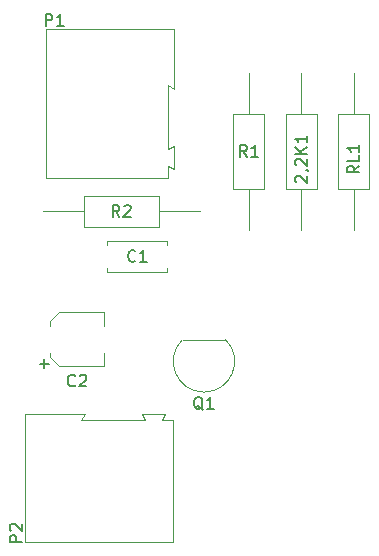
<source format=gbr>
G04 #@! TF.FileFunction,Legend,Top*
%FSLAX46Y46*%
G04 Gerber Fmt 4.6, Leading zero omitted, Abs format (unit mm)*
G04 Created by KiCad (PCBNEW 4.0.5) date 05/18/17 10:58:32*
%MOMM*%
%LPD*%
G01*
G04 APERTURE LIST*
%ADD10C,0.100000*%
%ADD11C,0.120000*%
%ADD12C,0.150000*%
G04 APERTURE END LIST*
D10*
D11*
X80540000Y-101020000D02*
X76940000Y-101020000D01*
X80578478Y-101031522D02*
G75*
G02X78740000Y-105470000I-1838478J-1838478D01*
G01*
X76901522Y-101031522D02*
G75*
G03X78740000Y-105470000I1838478J-1838478D01*
G01*
X92750000Y-81880000D02*
X90130000Y-81880000D01*
X90130000Y-81880000D02*
X90130000Y-88300000D01*
X90130000Y-88300000D02*
X92750000Y-88300000D01*
X92750000Y-88300000D02*
X92750000Y-81880000D01*
X91440000Y-78450000D02*
X91440000Y-81880000D01*
X91440000Y-91730000D02*
X91440000Y-88300000D01*
X63550000Y-118140000D02*
X76150000Y-118140000D01*
X76150000Y-118140000D02*
X76150000Y-107790000D01*
X76150000Y-107790000D02*
X75200000Y-107790000D01*
X75200000Y-107790000D02*
X75450000Y-107290000D01*
X75450000Y-107290000D02*
X73550000Y-107290000D01*
X73550000Y-107290000D02*
X73500000Y-107290000D01*
X73500000Y-107290000D02*
X73750000Y-107790000D01*
X73750000Y-107790000D02*
X68350000Y-107790000D01*
X68350000Y-107790000D02*
X68650000Y-107290000D01*
X68650000Y-107290000D02*
X63550000Y-107290000D01*
X63550000Y-107290000D02*
X63550000Y-118140000D01*
X88305000Y-81880000D02*
X85685000Y-81880000D01*
X85685000Y-81880000D02*
X85685000Y-88300000D01*
X85685000Y-88300000D02*
X88305000Y-88300000D01*
X88305000Y-88300000D02*
X88305000Y-81880000D01*
X86995000Y-78450000D02*
X86995000Y-81880000D01*
X86995000Y-91730000D02*
X86995000Y-88300000D01*
X70505000Y-92670000D02*
X75625000Y-92670000D01*
X70505000Y-95290000D02*
X75625000Y-95290000D01*
X70505000Y-92670000D02*
X70505000Y-92984000D01*
X70505000Y-94976000D02*
X70505000Y-95290000D01*
X75625000Y-92670000D02*
X75625000Y-92984000D01*
X75625000Y-94976000D02*
X75625000Y-95290000D01*
X70290000Y-103290000D02*
X70290000Y-102120000D01*
X70290000Y-98710000D02*
X70290000Y-99880000D01*
X65710000Y-99480000D02*
X65710000Y-99880000D01*
X65710000Y-102520000D02*
X65710000Y-102120000D01*
X66480000Y-103290000D02*
X70290000Y-103290000D01*
X66480000Y-103290000D02*
X65710000Y-102520000D01*
X66480000Y-98710000D02*
X70290000Y-98710000D01*
X66480000Y-98710000D02*
X65710000Y-99480000D01*
X65350000Y-74700000D02*
X65350000Y-87300000D01*
X65350000Y-87300000D02*
X75700000Y-87300000D01*
X75700000Y-87300000D02*
X75700000Y-86350000D01*
X75700000Y-86350000D02*
X76200000Y-86600000D01*
X76200000Y-86600000D02*
X76200000Y-84700000D01*
X76200000Y-84700000D02*
X76200000Y-84650000D01*
X76200000Y-84650000D02*
X75700000Y-84900000D01*
X75700000Y-84900000D02*
X75700000Y-79500000D01*
X75700000Y-79500000D02*
X76200000Y-79800000D01*
X76200000Y-79800000D02*
X76200000Y-74700000D01*
X76200000Y-74700000D02*
X65350000Y-74700000D01*
X74965000Y-91480000D02*
X74965000Y-88860000D01*
X74965000Y-88860000D02*
X68545000Y-88860000D01*
X68545000Y-88860000D02*
X68545000Y-91480000D01*
X68545000Y-91480000D02*
X74965000Y-91480000D01*
X78395000Y-90170000D02*
X74965000Y-90170000D01*
X65115000Y-90170000D02*
X68545000Y-90170000D01*
X81240000Y-88300000D02*
X83860000Y-88300000D01*
X83860000Y-88300000D02*
X83860000Y-81880000D01*
X83860000Y-81880000D02*
X81240000Y-81880000D01*
X81240000Y-81880000D02*
X81240000Y-88300000D01*
X82550000Y-91730000D02*
X82550000Y-88300000D01*
X82550000Y-78450000D02*
X82550000Y-81880000D01*
D12*
X78644762Y-106977619D02*
X78549524Y-106930000D01*
X78454286Y-106834762D01*
X78311429Y-106691905D01*
X78216190Y-106644286D01*
X78120952Y-106644286D01*
X78168571Y-106882381D02*
X78073333Y-106834762D01*
X77978095Y-106739524D01*
X77930476Y-106549048D01*
X77930476Y-106215714D01*
X77978095Y-106025238D01*
X78073333Y-105930000D01*
X78168571Y-105882381D01*
X78359048Y-105882381D01*
X78454286Y-105930000D01*
X78549524Y-106025238D01*
X78597143Y-106215714D01*
X78597143Y-106549048D01*
X78549524Y-106739524D01*
X78454286Y-106834762D01*
X78359048Y-106882381D01*
X78168571Y-106882381D01*
X79549524Y-106882381D02*
X78978095Y-106882381D01*
X79263809Y-106882381D02*
X79263809Y-105882381D01*
X79168571Y-106025238D01*
X79073333Y-106120476D01*
X78978095Y-106168095D01*
X91892381Y-86296428D02*
X91416190Y-86629762D01*
X91892381Y-86867857D02*
X90892381Y-86867857D01*
X90892381Y-86486904D01*
X90940000Y-86391666D01*
X90987619Y-86344047D01*
X91082857Y-86296428D01*
X91225714Y-86296428D01*
X91320952Y-86344047D01*
X91368571Y-86391666D01*
X91416190Y-86486904D01*
X91416190Y-86867857D01*
X91892381Y-85391666D02*
X91892381Y-85867857D01*
X90892381Y-85867857D01*
X91892381Y-84534523D02*
X91892381Y-85105952D01*
X91892381Y-84820238D02*
X90892381Y-84820238D01*
X91035238Y-84915476D01*
X91130476Y-85010714D01*
X91178095Y-85105952D01*
X63312381Y-118148095D02*
X62312381Y-118148095D01*
X62312381Y-117767142D01*
X62360000Y-117671904D01*
X62407619Y-117624285D01*
X62502857Y-117576666D01*
X62645714Y-117576666D01*
X62740952Y-117624285D01*
X62788571Y-117671904D01*
X62836190Y-117767142D01*
X62836190Y-118148095D01*
X62407619Y-117195714D02*
X62360000Y-117148095D01*
X62312381Y-117052857D01*
X62312381Y-116814761D01*
X62360000Y-116719523D01*
X62407619Y-116671904D01*
X62502857Y-116624285D01*
X62598095Y-116624285D01*
X62740952Y-116671904D01*
X63312381Y-117243333D01*
X63312381Y-116624285D01*
X86542619Y-87701190D02*
X86495000Y-87653571D01*
X86447381Y-87558333D01*
X86447381Y-87320237D01*
X86495000Y-87224999D01*
X86542619Y-87177380D01*
X86637857Y-87129761D01*
X86733095Y-87129761D01*
X86875952Y-87177380D01*
X87447381Y-87748809D01*
X87447381Y-87129761D01*
X87399762Y-86653571D02*
X87447381Y-86653571D01*
X87542619Y-86701190D01*
X87590238Y-86748809D01*
X86542619Y-86272619D02*
X86495000Y-86225000D01*
X86447381Y-86129762D01*
X86447381Y-85891666D01*
X86495000Y-85796428D01*
X86542619Y-85748809D01*
X86637857Y-85701190D01*
X86733095Y-85701190D01*
X86875952Y-85748809D01*
X87447381Y-86320238D01*
X87447381Y-85701190D01*
X87447381Y-85272619D02*
X86447381Y-85272619D01*
X87447381Y-84701190D02*
X86875952Y-85129762D01*
X86447381Y-84701190D02*
X87018810Y-85272619D01*
X87447381Y-83748809D02*
X87447381Y-84320238D01*
X87447381Y-84034524D02*
X86447381Y-84034524D01*
X86590238Y-84129762D01*
X86685476Y-84225000D01*
X86733095Y-84320238D01*
X72938334Y-94337143D02*
X72890715Y-94384762D01*
X72747858Y-94432381D01*
X72652620Y-94432381D01*
X72509762Y-94384762D01*
X72414524Y-94289524D01*
X72366905Y-94194286D01*
X72319286Y-94003810D01*
X72319286Y-93860952D01*
X72366905Y-93670476D01*
X72414524Y-93575238D01*
X72509762Y-93480000D01*
X72652620Y-93432381D01*
X72747858Y-93432381D01*
X72890715Y-93480000D01*
X72938334Y-93527619D01*
X73890715Y-94432381D02*
X73319286Y-94432381D01*
X73605000Y-94432381D02*
X73605000Y-93432381D01*
X73509762Y-93575238D01*
X73414524Y-93670476D01*
X73319286Y-93718095D01*
X67833334Y-104897143D02*
X67785715Y-104944762D01*
X67642858Y-104992381D01*
X67547620Y-104992381D01*
X67404762Y-104944762D01*
X67309524Y-104849524D01*
X67261905Y-104754286D01*
X67214286Y-104563810D01*
X67214286Y-104420952D01*
X67261905Y-104230476D01*
X67309524Y-104135238D01*
X67404762Y-104040000D01*
X67547620Y-103992381D01*
X67642858Y-103992381D01*
X67785715Y-104040000D01*
X67833334Y-104087619D01*
X68214286Y-104087619D02*
X68261905Y-104040000D01*
X68357143Y-103992381D01*
X68595239Y-103992381D01*
X68690477Y-104040000D01*
X68738096Y-104087619D01*
X68785715Y-104182857D01*
X68785715Y-104278095D01*
X68738096Y-104420952D01*
X68166667Y-104992381D01*
X68785715Y-104992381D01*
X64849048Y-103081429D02*
X65610953Y-103081429D01*
X65230001Y-103462381D02*
X65230001Y-102700476D01*
X65341905Y-74462381D02*
X65341905Y-73462381D01*
X65722858Y-73462381D01*
X65818096Y-73510000D01*
X65865715Y-73557619D01*
X65913334Y-73652857D01*
X65913334Y-73795714D01*
X65865715Y-73890952D01*
X65818096Y-73938571D01*
X65722858Y-73986190D01*
X65341905Y-73986190D01*
X66865715Y-74462381D02*
X66294286Y-74462381D01*
X66580000Y-74462381D02*
X66580000Y-73462381D01*
X66484762Y-73605238D01*
X66389524Y-73700476D01*
X66294286Y-73748095D01*
X71588334Y-90622381D02*
X71255000Y-90146190D01*
X71016905Y-90622381D02*
X71016905Y-89622381D01*
X71397858Y-89622381D01*
X71493096Y-89670000D01*
X71540715Y-89717619D01*
X71588334Y-89812857D01*
X71588334Y-89955714D01*
X71540715Y-90050952D01*
X71493096Y-90098571D01*
X71397858Y-90146190D01*
X71016905Y-90146190D01*
X71969286Y-89717619D02*
X72016905Y-89670000D01*
X72112143Y-89622381D01*
X72350239Y-89622381D01*
X72445477Y-89670000D01*
X72493096Y-89717619D01*
X72540715Y-89812857D01*
X72540715Y-89908095D01*
X72493096Y-90050952D01*
X71921667Y-90622381D01*
X72540715Y-90622381D01*
X82383334Y-85542381D02*
X82050000Y-85066190D01*
X81811905Y-85542381D02*
X81811905Y-84542381D01*
X82192858Y-84542381D01*
X82288096Y-84590000D01*
X82335715Y-84637619D01*
X82383334Y-84732857D01*
X82383334Y-84875714D01*
X82335715Y-84970952D01*
X82288096Y-85018571D01*
X82192858Y-85066190D01*
X81811905Y-85066190D01*
X83335715Y-85542381D02*
X82764286Y-85542381D01*
X83050000Y-85542381D02*
X83050000Y-84542381D01*
X82954762Y-84685238D01*
X82859524Y-84780476D01*
X82764286Y-84828095D01*
M02*

</source>
